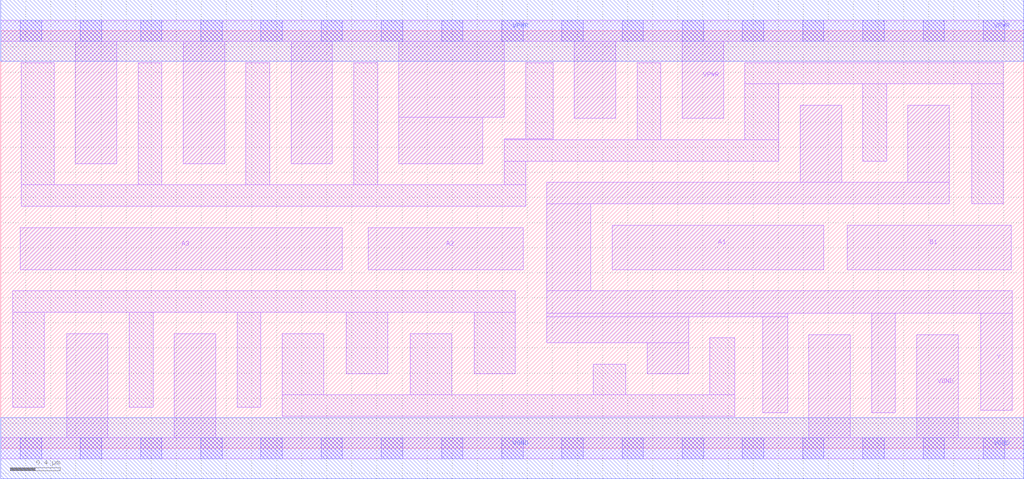
<source format=lef>
# Copyright 2020 The SkyWater PDK Authors
#
# Licensed under the Apache License, Version 2.0 (the "License");
# you may not use this file except in compliance with the License.
# You may obtain a copy of the License at
#
#     https://www.apache.org/licenses/LICENSE-2.0
#
# Unless required by applicable law or agreed to in writing, software
# distributed under the License is distributed on an "AS IS" BASIS,
# WITHOUT WARRANTIES OR CONDITIONS OF ANY KIND, either express or implied.
# See the License for the specific language governing permissions and
# limitations under the License.
#
# SPDX-License-Identifier: Apache-2.0

VERSION 5.7 ;
  NAMESCASESENSITIVE ON ;
  NOWIREEXTENSIONATPIN ON ;
  DIVIDERCHAR "/" ;
  BUSBITCHARS "[]" ;
UNITS
  DATABASE MICRONS 200 ;
END UNITS
MACRO sky130_fd_sc_lp__a31oi_4
  CLASS CORE ;
  SOURCE USER ;
  FOREIGN sky130_fd_sc_lp__a31oi_4 ;
  ORIGIN  0.000000  0.000000 ;
  SIZE  8.160000 BY  3.330000 ;
  SYMMETRY X Y R90 ;
  SITE unit ;
  PIN A1
    ANTENNAGATEAREA  1.260000 ;
    DIRECTION INPUT ;
    USE SIGNAL ;
    PORT
      LAYER li1 ;
        RECT 4.875000 1.425000 6.565000 1.780000 ;
    END
  END A1
  PIN A2
    ANTENNAGATEAREA  1.260000 ;
    DIRECTION INPUT ;
    USE SIGNAL ;
    PORT
      LAYER li1 ;
        RECT 2.930000 1.425000 4.165000 1.760000 ;
    END
  END A2
  PIN A3
    ANTENNAGATEAREA  1.260000 ;
    DIRECTION INPUT ;
    USE SIGNAL ;
    PORT
      LAYER li1 ;
        RECT 0.155000 1.425000 2.725000 1.760000 ;
    END
  END A3
  PIN B1
    ANTENNAGATEAREA  1.260000 ;
    DIRECTION INPUT ;
    USE SIGNAL ;
    PORT
      LAYER li1 ;
        RECT 6.750000 1.425000 8.060000 1.780000 ;
    END
  END B1
  PIN Y
    ANTENNADIFFAREA  1.856400 ;
    DIRECTION OUTPUT ;
    USE SIGNAL ;
    PORT
      LAYER li1 ;
        RECT 4.355000 0.840000 5.485000 1.050000 ;
        RECT 4.355000 1.050000 6.275000 1.075000 ;
        RECT 4.355000 1.075000 8.065000 1.255000 ;
        RECT 4.355000 1.255000 4.705000 1.950000 ;
        RECT 4.355000 1.950000 7.565000 2.120000 ;
        RECT 5.155000 0.595000 5.485000 0.840000 ;
        RECT 6.075000 0.285000 6.275000 1.050000 ;
        RECT 6.375000 2.120000 6.705000 2.735000 ;
        RECT 6.945000 0.285000 7.135000 1.075000 ;
        RECT 7.235000 2.120000 7.565000 2.735000 ;
        RECT 7.815000 0.305000 8.065000 1.075000 ;
    END
  END Y
  PIN VGND
    DIRECTION INOUT ;
    USE GROUND ;
    PORT
      LAYER li1 ;
        RECT 0.000000 -0.085000 8.160000 0.085000 ;
        RECT 0.525000  0.085000 0.855000 0.915000 ;
        RECT 1.385000  0.085000 1.715000 0.915000 ;
        RECT 6.445000  0.085000 6.775000 0.905000 ;
        RECT 7.305000  0.085000 7.635000 0.905000 ;
      LAYER mcon ;
        RECT 0.155000 -0.085000 0.325000 0.085000 ;
        RECT 0.635000 -0.085000 0.805000 0.085000 ;
        RECT 1.115000 -0.085000 1.285000 0.085000 ;
        RECT 1.595000 -0.085000 1.765000 0.085000 ;
        RECT 2.075000 -0.085000 2.245000 0.085000 ;
        RECT 2.555000 -0.085000 2.725000 0.085000 ;
        RECT 3.035000 -0.085000 3.205000 0.085000 ;
        RECT 3.515000 -0.085000 3.685000 0.085000 ;
        RECT 3.995000 -0.085000 4.165000 0.085000 ;
        RECT 4.475000 -0.085000 4.645000 0.085000 ;
        RECT 4.955000 -0.085000 5.125000 0.085000 ;
        RECT 5.435000 -0.085000 5.605000 0.085000 ;
        RECT 5.915000 -0.085000 6.085000 0.085000 ;
        RECT 6.395000 -0.085000 6.565000 0.085000 ;
        RECT 6.875000 -0.085000 7.045000 0.085000 ;
        RECT 7.355000 -0.085000 7.525000 0.085000 ;
        RECT 7.835000 -0.085000 8.005000 0.085000 ;
      LAYER met1 ;
        RECT 0.000000 -0.245000 8.160000 0.245000 ;
    END
  END VGND
  PIN VPWR
    DIRECTION INOUT ;
    USE POWER ;
    PORT
      LAYER li1 ;
        RECT 0.000000 3.245000 8.160000 3.415000 ;
        RECT 0.595000 2.270000 0.925000 3.245000 ;
        RECT 1.455000 2.270000 1.785000 3.245000 ;
        RECT 2.315000 2.270000 2.645000 3.245000 ;
        RECT 3.175000 2.270000 3.845000 2.640000 ;
        RECT 3.175000 2.640000 4.015000 3.245000 ;
        RECT 4.575000 2.630000 4.905000 3.245000 ;
        RECT 5.435000 2.630000 5.765000 3.245000 ;
      LAYER mcon ;
        RECT 0.155000 3.245000 0.325000 3.415000 ;
        RECT 0.635000 3.245000 0.805000 3.415000 ;
        RECT 1.115000 3.245000 1.285000 3.415000 ;
        RECT 1.595000 3.245000 1.765000 3.415000 ;
        RECT 2.075000 3.245000 2.245000 3.415000 ;
        RECT 2.555000 3.245000 2.725000 3.415000 ;
        RECT 3.035000 3.245000 3.205000 3.415000 ;
        RECT 3.515000 3.245000 3.685000 3.415000 ;
        RECT 3.995000 3.245000 4.165000 3.415000 ;
        RECT 4.475000 3.245000 4.645000 3.415000 ;
        RECT 4.955000 3.245000 5.125000 3.415000 ;
        RECT 5.435000 3.245000 5.605000 3.415000 ;
        RECT 5.915000 3.245000 6.085000 3.415000 ;
        RECT 6.395000 3.245000 6.565000 3.415000 ;
        RECT 6.875000 3.245000 7.045000 3.415000 ;
        RECT 7.355000 3.245000 7.525000 3.415000 ;
        RECT 7.835000 3.245000 8.005000 3.415000 ;
      LAYER met1 ;
        RECT 0.000000 3.085000 8.160000 3.575000 ;
    END
  END VPWR
  OBS
    LAYER li1 ;
      RECT 0.095000 0.325000 0.345000 1.085000 ;
      RECT 0.095000 1.085000 4.105000 1.255000 ;
      RECT 0.165000 1.930000 4.185000 2.100000 ;
      RECT 0.165000 2.100000 0.425000 3.075000 ;
      RECT 1.025000 0.325000 1.215000 1.085000 ;
      RECT 1.095000 2.100000 1.285000 3.075000 ;
      RECT 1.885000 0.325000 2.075000 1.085000 ;
      RECT 1.955000 2.100000 2.145000 3.075000 ;
      RECT 2.245000 0.255000 5.855000 0.425000 ;
      RECT 2.245000 0.425000 2.575000 0.915000 ;
      RECT 2.755000 0.595000 3.085000 1.085000 ;
      RECT 2.815000 2.100000 3.005000 3.075000 ;
      RECT 3.265000 0.425000 3.595000 0.915000 ;
      RECT 3.775000 0.595000 4.105000 1.085000 ;
      RECT 4.015000 2.100000 4.185000 2.290000 ;
      RECT 4.015000 2.290000 6.205000 2.460000 ;
      RECT 4.015000 2.460000 4.405000 2.470000 ;
      RECT 4.185000 2.470000 4.405000 3.075000 ;
      RECT 4.725000 0.425000 4.985000 0.670000 ;
      RECT 5.075000 2.460000 5.265000 3.075000 ;
      RECT 5.655000 0.425000 5.855000 0.880000 ;
      RECT 5.935000 2.460000 6.205000 2.905000 ;
      RECT 5.935000 2.905000 7.995000 3.075000 ;
      RECT 6.875000 2.290000 7.065000 2.905000 ;
      RECT 7.745000 1.950000 7.995000 2.905000 ;
  END
END sky130_fd_sc_lp__a31oi_4

</source>
